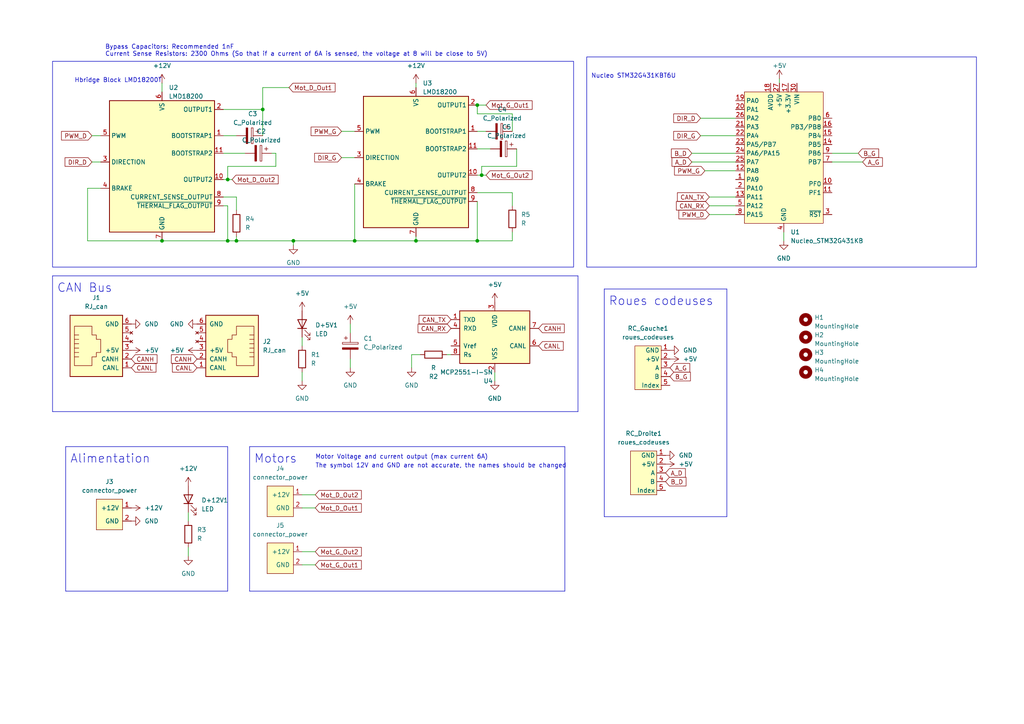
<source format=kicad_sch>
(kicad_sch (version 20230121) (generator eeschema)
  (paper "A4")
  (lib_symbols
    (symbol "+5V_1" (power) (pin_names (offset 0))
      (property "Value" "+5V_1" (at 0 3.556 0))
      (symbol "+5V_1_0_1"
        (polyline (pts (xy -0.762 1.27) (xy 0 2.54)))
        (polyline (pts (xy 0 0) (xy 0 2.54)))
        (polyline (pts (xy 0 2.54) (xy 0.762 1.27)))
      )
      (symbol "+5V_1_1_1"
        (pin power_in line (at 0 0 90) (length 0) hide (name "+5V") (number "1"))
      )
    )
    (symbol "Device:C_Polarized" (pin_numbers hide) (pin_names (offset 0.254))
      (property "Reference" "C" (at 0.635 2.54 0))
      (property "Value" "C_Polarized" (at 0.635 -2.54 0))
      (symbol "C_Polarized_0_1"
        (rectangle (start -2.286 0.508) (end 2.286 1.016))
        (polyline (pts (xy -1.778 2.286) (xy -0.762 2.286)))
        (polyline (pts (xy -1.27 2.794) (xy -1.27 1.778)))
        (rectangle (start 2.286 -0.508) (end -2.286 -1.016) (fill (type outline)))
      )
      (symbol "C_Polarized_1_1"
        (pin passive line (at 0 3.81 270) (length 2.794) (name "~") (number "1"))
        (pin passive line (at 0 -3.81 90) (length 2.794) (name "~") (number "2"))
      )
    )
    (symbol "Device:LED" (pin_numbers hide) (pin_names (offset 1.016) hide)
      (property "Reference" "D" (at 0 2.54 0))
      (property "Value" "LED" (at 0 -2.54 0))
      (symbol "LED_0_1"
        (polyline (pts (xy -1.27 -1.27) (xy -1.27 1.27)) (stroke (width 0.254)))
        (polyline (pts (xy -1.27 0) (xy 1.27 0)))
        (polyline (pts (xy 1.27 -1.27) (xy 1.27 1.27) (xy -1.27 0) (xy 1.27 -1.27)) (stroke (width 0.254)))
        (polyline (pts (xy -3.048 -0.762) (xy -4.572 -2.286) (xy -3.81 -2.286) (xy -4.572 -2.286) (xy -4.572 -1.524)))
        (polyline (pts (xy -1.778 -0.762) (xy -3.302 -2.286) (xy -2.54 -2.286) (xy -3.302 -2.286) (xy -3.302 -1.524)))
      )
      (symbol "LED_1_1"
        (pin passive line (at -3.81 0 0) (length 2.54) (name "K") (number "1"))
        (pin passive line (at 3.81 0 180) (length 2.54) (name "A") (number "2"))
      )
    )
    (symbol "Device:R" (pin_numbers hide) (pin_names (offset 0))
      (property "Reference" "R" (at 2.032 0 90))
      (property "Value" "R" (at 0 0 90))
      (symbol "R_0_1"
        (rectangle (start -1.016 -2.54) (end 1.016 2.54) (stroke (width 0.254)))
      )
      (symbol "R_1_1"
        (pin passive line (at 0 3.81 270) (length 1.27) (name "~") (number "1"))
        (pin passive line (at 0 -3.81 90) (length 1.27) (name "~") (number "2"))
      )
    )
    (symbol "Driver_Motor:LMD18200"
      (property "Reference" "U" (at -12.7 19.05 0))
      (property "Value" "LMD18200" (at 15.24 19.05 0))
      (symbol "LMD18200_0_1"
        (rectangle (start -15.24 -20.32) (end 15.24 17.78) (stroke (width 0.254)) (fill (type background)))
      )
      (symbol "LMD18200_1_1"
        (pin passive line (at 17.78 7.62 180) (length 2.54) (name "BOOTSTRAP1") (number "1"))
        (pin output line (at 17.78 -5.08 180) (length 2.54) (name "OUTPUT2") (number "10"))
        (pin passive line (at 17.78 2.54 180) (length 2.54) (name "BOOTSTRAP2") (number "11"))
        (pin output line (at 17.78 15.24 180) (length 2.54) (name "OUTPUT1") (number "2"))
        (pin input line (at -17.78 0 0) (length 2.54) (name "DIRECTION") (number "3"))
        (pin input line (at -17.78 -7.62 0) (length 2.54) (name "BRAKE") (number "4"))
        (pin input line (at -17.78 7.62 0) (length 2.54) (name "PWM") (number "5"))
        (pin power_in line (at 0 20.32 270) (length 2.54) (name "VS") (number "6"))
        (pin power_in line (at 0 -22.86 90) (length 2.54) (name "GND") (number "7"))
        (pin output line (at 17.78 -10.16 180) (length 2.54) (name "CURRENT_SENSE_OUTPUT") (number "8"))
        (pin open_collector line (at 17.78 -12.7 180) (length 2.54) (name "~{THERMAL_FLAG_OUTPUT}") (number "9"))
      )
    )
    (symbol "GND_1" (power) (pin_names (offset 0))
      (property "Value" "GND_1" (at 0 -3.81 0))
      (symbol "GND_1_0_1"
        (polyline (pts (xy 0 0) (xy 0 -1.27) (xy 1.27 -1.27) (xy 0 -2.54) (xy -1.27 -1.27) (xy 0 -1.27)))
      )
      (symbol "GND_1_1_1"
        (pin power_in line (at 0 0 270) (length 0) hide (name "GND") (number "1"))
      )
    )
    (symbol "Interface_CAN_LIN:MCP2551-I-SN" (pin_names (offset 1.016))
      (property "Reference" "U" (at -10.16 8.89 0))
      (property "Value" "MCP2551-I-SN" (at 2.54 8.89 0))
      (symbol "MCP2551-I-SN_0_1"
        (rectangle (start -10.16 7.62) (end 10.16 -7.62) (stroke (width 0.254)) (fill (type background)))
      )
      (symbol "MCP2551-I-SN_1_1"
        (pin input line (at -12.7 5.08 0) (length 2.54) (name "TXD") (number "1"))
        (pin power_in line (at 0 -10.16 90) (length 2.54) (name "VSS") (number "2"))
        (pin power_in line (at 0 10.16 270) (length 2.54) (name "VDD") (number "3"))
        (pin output line (at -12.7 2.54 0) (length 2.54) (name "RXD") (number "4"))
        (pin power_out line (at -12.7 -2.54 0) (length 2.54) (name "Vref") (number "5"))
        (pin bidirectional line (at 12.7 -2.54 180) (length 2.54) (name "CANL") (number "6"))
        (pin bidirectional line (at 12.7 2.54 180) (length 2.54) (name "CANH") (number "7"))
        (pin input line (at -12.7 -5.08 0) (length 2.54) (name "Rs") (number "8"))
      )
    )
    (symbol "Mechanical:MountingHole" (pin_names (offset 1.016))
      (property "Reference" "H" (at 0 5.08 0))
      (property "Value" "MountingHole" (at 0 3.175 0))
      (symbol "MountingHole_0_1"
        (circle (center 0 0) (radius 1.27) (stroke (width 1.27)))
      )
    )
    (symbol "PCM_Robot:Nucleo_STM32G431KB"
      (property "Reference" "U" (at 16.51 21.59 0))
      (property "Value" "Nucleo_STM32G431KB" (at 22.86 19.05 0))
      (symbol "Nucleo_STM32G431KB_0_1"
        (rectangle (start -11.43 19.05) (end 11.43 -19.05) (fill (type background)))
      )
      (symbol "Nucleo_STM32G431KB_1_1"
        (pin bidirectional line (at -13.97 -6.35 0) (length 2.54) (name "PA9") (number "1"))
        (pin bidirectional line (at 13.97 -7.62 180) (length 2.54) (name "PF0") (number "10"))
        (pin bidirectional line (at 13.97 -10.16 180) (length 2.54) (name "PF1") (number "11"))
        (pin bidirectional line (at -13.97 -3.81 0) (length 2.54) (name "PA8") (number "12"))
        (pin bidirectional line (at -13.97 -11.43 0) (length 2.54) (name "PA11") (number "13"))
        (pin bidirectional line (at 13.97 3.81 180) (length 2.54) (name "PB5") (number "14"))
        (pin bidirectional line (at 13.97 6.35 180) (length 2.54) (name "PB4") (number "15"))
        (pin bidirectional line (at 13.97 8.89 180) (length 2.54) (name "PB3/PB8") (number "16"))
        (pin power_in line (at 1.27 21.59 270) (length 2.54) (name "+3.3V") (number "17"))
        (pin power_in line (at -3.81 21.59 270) (length 2.54) (name "AVDD") (number "18"))
        (pin bidirectional line (at -13.97 16.51 0) (length 2.54) (name "PA0") (number "19"))
        (pin bidirectional line (at -13.97 -8.89 0) (length 2.54) (name "PA10") (number "2"))
        (pin bidirectional line (at -13.97 13.97 0) (length 2.54) (name "PA1") (number "20"))
        (pin bidirectional line (at -13.97 8.89 0) (length 2.54) (name "PA3") (number "21"))
        (pin bidirectional line (at -13.97 6.35 0) (length 2.54) (name "PA4") (number "22"))
        (pin bidirectional line (at -13.97 3.81 0) (length 2.54) (name "PA5/PB7") (number "23"))
        (pin bidirectional line (at -13.97 1.27 0) (length 2.54) (name "PA6/PA15") (number "24"))
        (pin bidirectional line (at -13.97 -1.27 0) (length 2.54) (name "PA7") (number "25"))
        (pin bidirectional line (at -13.97 11.43 0) (length 2.54) (name "PA2") (number "26"))
        (pin power_in line (at -1.27 21.59 270) (length 2.54) (name "+5V") (number "27"))
        (pin passive line (at 13.97 -16.51 180) (length 2.54) hide (name "~{RST}") (number "28"))
        (pin passive line (at 0 -21.59 90) (length 2.54) hide (name "GND") (number "29"))
        (pin bidirectional line (at 13.97 -16.51 180) (length 2.54) (name "~{RST}") (number "3"))
        (pin power_in line (at 3.81 21.59 270) (length 2.54) (name "VIN") (number "30"))
        (pin power_in line (at 0 -21.59 90) (length 2.54) (name "GND") (number "4"))
        (pin bidirectional line (at -13.97 -13.97 0) (length 2.54) (name "PA12") (number "5"))
        (pin bidirectional line (at 13.97 11.43 180) (length 2.54) (name "PB0") (number "6"))
        (pin bidirectional line (at 13.97 -1.27 180) (length 2.54) (name "PB7") (number "7"))
        (pin bidirectional line (at -13.97 -16.51 0) (length 2.54) (name "PA15") (number "8"))
        (pin bidirectional line (at 13.97 1.27 180) (length 2.54) (name "PB6") (number "9"))
      )
    )
    (symbol "Robot:RJ_can" (pin_names (offset 1.016))
      (property "Reference" "J1" (at 0 15.24 0))
      (property "Value" "RJ_can" (at 0 12.7 0))
      (symbol "RJ_can_0_1"
        (polyline (pts (xy -6.35 -1.905) (xy -5.08 -1.905) (xy -5.08 -1.905)))
        (polyline (pts (xy -6.35 -0.635) (xy -5.08 -0.635) (xy -5.08 -0.635)))
        (polyline (pts (xy -6.35 0.635) (xy -5.08 0.635) (xy -5.08 0.635)))
        (polyline (pts (xy -6.35 1.905) (xy -5.08 1.905) (xy -5.08 1.905)))
        (polyline (pts (xy -6.35 3.175) (xy -5.08 3.175) (xy -5.08 3.175)))
        (polyline (pts (xy -5.08 4.445) (xy -6.35 4.445) (xy -6.35 4.445)))
        (polyline (pts (xy -6.35 -4.445) (xy -6.35 6.985) (xy -1.27 6.985) (xy -1.27 4.445) (xy 0 4.445) (xy 0 3.175) (xy 1.27 3.175) (xy 1.27 -0.635) (xy 0 -0.635) (xy 0 -1.905) (xy -1.27 -1.905) (xy -1.27 -4.445) (xy -6.35 -4.445) (xy -6.35 -4.445)))
        (rectangle (start 7.62 10.16) (end -7.62 -7.62) (stroke (width 0.254)) (fill (type background)))
      )
      (symbol "RJ_can_1_1"
        (pin bidirectional line (at 10.16 -5.08 180) (length 2.54) (name "CANL") (number "1"))
        (pin passive line (at 10.16 -2.54 180) (length 2.54) (name "CANH") (number "2"))
        (pin power_out line (at 10.16 0 180) (length 2.54) (name "+5V") (number "3"))
        (pin no_connect line (at 10.16 2.54 180) (length 2.54) (name "") (number "4"))
        (pin no_connect line (at 10.16 5.08 180) (length 2.54) (name "~") (number "5"))
        (pin power_out line (at 10.16 7.62 180) (length 2.54) (name "GND") (number "6"))
      )
    )
    (symbol "Robot:connector_power" (pin_names (offset 1))
      (property "Reference" "J" (at 0 0 0))
      (property "Value" "connector_power" (at 0 1.905 0))
      (symbol "connector_power_0_1"
        (rectangle (start -6.35 -1.27) (end 1.27 -10.16) (fill (type background)))
      )
      (symbol "connector_power_1_1"
        (pin power_out line (at 3.81 -3.81 180) (length 2.54) (name "+12V") (number "1"))
        (pin power_out line (at 3.81 -7.62 180) (length 2.54) (name "GND") (number "2"))
      )
    )
    (symbol "Robot:roues_codeuses"
      (property "Reference" "RC_Gauche1" (at -6.35 3.81 0))
      (property "Value" "roues_codeuses" (at -6.35 1.27 0))
      (symbol "roues_codeuses_0_1"
        (rectangle (start -2.54 -1.27) (end -10.16 -13.97) (fill (type background)))
      )
      (symbol "roues_codeuses_1_1"
        (pin power_in line (at 0 -2.54 180) (length 2.54) (name "GND") (number "1"))
        (pin power_in line (at 0 -5.08 180) (length 2.54) (name "+5V") (number "2"))
        (pin output line (at 0 -7.62 180) (length 2.54) (name "A") (number "3"))
        (pin output line (at 0 -10.16 180) (length 2.54) (name "B") (number "4"))
        (pin output line (at 0 -12.7 180) (length 2.54) (name "Index") (number "5"))
      )
    )
    (symbol "power:+12V" (power) (pin_names (offset 0))
      (property "Value" "+12V" (at 0 3.556 0))
      (symbol "+12V_0_1"
        (polyline (pts (xy -0.762 1.27) (xy 0 2.54)))
        (polyline (pts (xy 0 0) (xy 0 2.54)))
        (polyline (pts (xy 0 2.54) (xy 0.762 1.27)))
      )
      (symbol "+12V_1_1"
        (pin power_in line (at 0 0 90) (length 0) hide (name "+12V") (number "1"))
      )
    )
    (symbol "power:+5V" (power) (pin_names (offset 0))
      (property "Value" "+5V" (at 0 3.556 0))
      (symbol "+5V_0_1"
        (polyline (pts (xy -0.762 1.27) (xy 0 2.54)))
        (polyline (pts (xy 0 0) (xy 0 2.54)))
        (polyline (pts (xy 0 2.54) (xy 0.762 1.27)))
      )
      (symbol "+5V_1_1"
        (pin power_in line (at 0 0 90) (length 0) hide (name "+5V") (number "1"))
      )
    )
    (symbol "power:GND" (power) (pin_names (offset 0))
      (property "Value" "GND" (at 0 -3.81 0))
      (symbol "GND_0_1"
        (polyline (pts (xy 0 0) (xy 0 -1.27) (xy 1.27 -1.27) (xy 0 -2.54) (xy -1.27 -1.27) (xy 0 -1.27)))
      )
      (symbol "GND_1_1"
        (pin power_in line (at 0 0 270) (length 0) hide (name "GND") (number "1"))
      )
    )
    (symbol "roues_codeuses_1"
      (property "Reference" "RC_Gauche1" (at -6.35 3.81 0))
      (property "Value" "roues_codeuses" (at -6.35 1.27 0))
      (symbol "roues_codeuses_1_0_1"
        (rectangle (start -2.54 -1.27) (end -10.16 -13.97) (fill (type background)))
      )
      (symbol "roues_codeuses_1_1_1"
        (pin power_in line (at 0 -2.54 180) (length 2.54) (name "GND") (number "1"))
        (pin power_in line (at 0 -5.08 180) (length 2.54) (name "+5V") (number "2"))
        (pin output line (at 0 -7.62 180) (length 2.54) (name "A") (number "3"))
        (pin output line (at 0 -10.16 180) (length 2.54) (name "B") (number "4"))
        (pin output line (at 0 -12.7 180) (length 2.54) (name "Index") (number "5"))
      )
    )
  )
  (junction (at 46.99 69.85))
  (junction (at 66.04 52.07))
  (junction (at 102.87 69.85))
  (junction (at 138.43 69.85))
  (junction (at 76.2 31.75))
  (junction (at 68.58 69.85))
  (junction (at 66.04 69.85))
  (junction (at 120.65 69.85))
  (junction (at 138.43 30.48))
  (junction (at 139.7 50.8))
  (junction (at 85.09 69.85))
  (wire (pts (xy 87.63 143.51) (xy 91.44 143.51)))
  (wire (pts (xy 87.63 107.95) (xy 87.63 110.49)))
  (wire (pts (xy 87.63 160.02) (xy 91.44 160.02)))
  (wire (pts (xy 139.7 50.8) (xy 140.97 50.8)))
  (wire (pts (xy 148.59 67.31) (xy 148.59 69.85)))
  (polyline (pts (xy 15.24 80.01) (xy 167.64 80.01)))
  (wire (pts (xy 149.86 48.26) (xy 139.7 48.26)))
  (wire (pts (xy 64.77 44.45) (xy 71.12 44.45)))
  (wire (pts (xy 120.65 24.13) (xy 120.65 25.4)))
  (wire (pts (xy 203.2 34.29) (xy 213.36 34.29)))
  (wire (pts (xy 139.7 48.26) (xy 139.7 50.8)))
  (wire (pts (xy 241.3 44.45) (xy 248.92 44.45)))
  (wire (pts (xy 46.99 69.85) (xy 66.04 69.85)))
  (wire (pts (xy 138.43 30.48) (xy 140.97 30.48)))
  (wire (pts (xy 85.09 69.85) (xy 102.87 69.85)))
  (wire (pts (xy 25.4 69.85) (xy 46.99 69.85)))
  (polyline (pts (xy 19.05 129.54) (xy 66.04 129.54)))
  (wire (pts (xy 87.63 97.79) (xy 87.63 100.33)))
  (wire (pts (xy 138.43 33.02) (xy 138.43 30.48)))
  (wire (pts (xy 66.04 69.85) (xy 68.58 69.85)))
  (wire (pts (xy 119.38 102.87) (xy 121.92 102.87)))
  (wire (pts (xy 200.66 46.99) (xy 213.36 46.99)))
  (wire (pts (xy 138.43 69.85) (xy 148.59 69.85)))
  (polyline (pts (xy 175.26 83.82) (xy 175.26 149.86)))
  (polyline (pts (xy 72.39 129.54) (xy 72.39 171.45)))
  (wire (pts (xy 66.04 52.07) (xy 67.31 52.07)))
  (wire (pts (xy 76.2 25.4) (xy 76.2 31.75)))
  (wire (pts (xy 76.2 31.75) (xy 76.2 39.37)))
  (wire (pts (xy 102.87 69.85) (xy 120.65 69.85)))
  (wire (pts (xy 205.74 57.15) (xy 213.36 57.15)))
  (wire (pts (xy 64.77 59.69) (xy 66.04 59.69)))
  (wire (pts (xy 101.6 93.98) (xy 101.6 96.52)))
  (wire (pts (xy 138.43 38.1) (xy 140.97 38.1)))
  (polyline (pts (xy 66.04 129.54) (xy 66.04 171.45)))
  (wire (pts (xy 138.43 58.42) (xy 138.43 69.85)))
  (wire (pts (xy 99.06 38.1) (xy 102.87 38.1)))
  (wire (pts (xy 149.86 43.18) (xy 149.86 48.26)))
  (wire (pts (xy 54.61 148.59) (xy 54.61 151.13)))
  (wire (pts (xy 85.09 69.85) (xy 85.09 71.12)))
  (wire (pts (xy 64.77 57.15) (xy 68.58 57.15)))
  (wire (pts (xy 148.59 55.88) (xy 148.59 59.69)))
  (polyline (pts (xy 15.24 80.01) (xy 15.24 119.38)))
  (polyline (pts (xy 163.83 129.54) (xy 163.83 171.45)))
  (wire (pts (xy 101.6 104.14) (xy 101.6 106.68)))
  (wire (pts (xy 26.67 46.99) (xy 29.21 46.99)))
  (wire (pts (xy 120.65 69.85) (xy 138.43 69.85)))
  (wire (pts (xy 64.77 39.37) (xy 68.58 39.37)))
  (wire (pts (xy 80.01 48.26) (xy 66.04 48.26)))
  (wire (pts (xy 148.59 38.1) (xy 148.59 33.02)))
  (polyline (pts (xy 210.82 149.86) (xy 210.82 83.82)))
  (wire (pts (xy 138.43 55.88) (xy 148.59 55.88)))
  (wire (pts (xy 46.99 24.13) (xy 46.99 26.67)))
  (polyline (pts (xy 66.04 171.45) (xy 19.05 171.45)))
  (wire (pts (xy 204.47 49.53) (xy 213.36 49.53)))
  (wire (pts (xy 227.33 67.31) (xy 227.33 69.85)))
  (polyline (pts (xy 175.26 149.86) (xy 210.82 149.86)))
  (polyline (pts (xy 175.26 83.82) (xy 210.82 83.82)))
  (wire (pts (xy 87.63 163.83) (xy 91.44 163.83)))
  (wire (pts (xy 138.43 50.8) (xy 139.7 50.8)))
  (wire (pts (xy 129.54 102.87) (xy 130.81 102.87)))
  (wire (pts (xy 26.67 39.37) (xy 29.21 39.37)))
  (polyline (pts (xy 167.64 80.01) (xy 167.64 119.38)))
  (wire (pts (xy 68.58 57.15) (xy 68.58 60.96)))
  (wire (pts (xy 76.2 25.4) (xy 83.82 25.4)))
  (wire (pts (xy 203.2 39.37) (xy 213.36 39.37)))
  (wire (pts (xy 120.65 68.58) (xy 120.65 69.85)))
  (polyline (pts (xy 167.64 119.38) (xy 15.24 119.38)))
  (polyline (pts (xy 72.39 129.54) (xy 163.83 129.54)))
  (wire (pts (xy 102.87 53.34) (xy 102.87 69.85)))
  (wire (pts (xy 54.61 158.75) (xy 54.61 161.29)))
  (wire (pts (xy 29.21 54.61) (xy 25.4 54.61)))
  (polyline (pts (xy 19.05 129.54) (xy 19.05 171.45)))
  (wire (pts (xy 143.51 110.49) (xy 143.51 107.95)))
  (wire (pts (xy 78.74 44.45) (xy 80.01 44.45)))
  (wire (pts (xy 200.66 44.45) (xy 213.36 44.45)))
  (wire (pts (xy 102.87 45.72) (xy 99.06 45.72)))
  (wire (pts (xy 68.58 68.58) (xy 68.58 69.85)))
  (polyline (pts (xy 163.83 171.45) (xy 72.39 171.45)))
  (wire (pts (xy 205.74 59.69) (xy 213.36 59.69)))
  (wire (pts (xy 205.74 62.23) (xy 213.36 62.23)))
  (wire (pts (xy 241.3 46.99) (xy 250.19 46.99)))
  (wire (pts (xy 80.01 44.45) (xy 80.01 48.26)))
  (wire (pts (xy 66.04 48.26) (xy 66.04 52.07)))
  (wire (pts (xy 25.4 54.61) (xy 25.4 69.85)))
  (wire (pts (xy 66.04 59.69) (xy 66.04 69.85)))
  (wire (pts (xy 226.06 22.86) (xy 226.06 24.13)))
  (wire (pts (xy 148.59 33.02) (xy 138.43 33.02)))
  (wire (pts (xy 87.63 147.32) (xy 91.44 147.32)))
  (wire (pts (xy 119.38 106.68) (xy 119.38 102.87)))
  (wire (pts (xy 64.77 31.75) (xy 76.2 31.75)))
  (wire (pts (xy 68.58 69.85) (xy 85.09 69.85)))
  (wire (pts (xy 64.77 52.07) (xy 66.04 52.07)))
  (wire (pts (xy 138.43 43.18) (xy 142.24 43.18)))
  (rectangle (start 170.18 16.51) (end 283.21 77.47))
  (rectangle (start 15.24 17.78) (end 166.37 77.47))
  (text "The symbol 12V and GND are not accurate, the names should be changed" (at 91.44 135.89 0) (effects (font (size 1.27 1.27)) (justify left bottom)))
  (text "Motor Voltage and current output (max current 6A)" (at 91.44 133.35 0) (effects (font (size 1.27 1.27)) (justify left bottom)))
  (text "Alimentation" (at 20.32 134.62 0) (effects (font (size 2.49 2.49)) (justify left bottom)))
  (text "Hbridge Block LMD18200T" (at 21.59 24.13 0) (effects (font (size 1.27 1.27)) (justify left bottom)))
  (text "Roues codeuses" (at 176.53 88.9 0) (effects (font (size 2.49 2.49)) (justify left bottom)))
  (text "Bypass Capacitors: Recommended 1nF\nCurrent Sense Resistors: 2300 Ohms (So that if a current of 6A is sensed, the voltage at 8 will be close to 5V)" (at 30.48 16.51 0) (effects (font (size 1.27 1.27)) (justify left bottom)))
  (text "Motors" (at 73.66 134.62 0) (effects (font (size 2.49 2.49)) (justify left bottom)))
  (text "Nucleo STM32G431KBT6U" (at 171.45 22.86 0) (effects (font (size 1.27 1.27)) (justify left bottom)))
  (text "CAN Bus" (at 16.51 85.09 0) (effects (font (size 2.49 2.49)) (justify left bottom)))
  (global_label "CANL" (shape input) (at 156.21 100.33 0) (property "Intersheetrefs" "${INTERSHEET_REFS}" (effects hide)) (property "Références Inter-Feuilles" "${INTERSHEET_REFS}" (effects hide)))
  (global_label "CANH" (shape input) (at 156.21 95.25 0) (property "Intersheetrefs" "${INTERSHEET_REFS}" (effects hide)) (property "Références Inter-Feuilles" "${INTERSHEET_REFS}" (effects hide)))
  (global_label "B_G" (shape input) (at 248.92 44.45 0) (property "Intersheetrefs" "${INTERSHEET_REFS}" (effects hide)) (property "Références Inter-Feuilles" "${INTERSHEET_REFS}" (effects hide)))
  (global_label "DIR_G" (shape input) (at 99.06 45.72 180) (property "Intersheetrefs" "${INTERSHEET_REFS}" (effects hide)) (property "Références Inter-Feuilles" "${INTERSHEET_REFS}" (effects hide)))
  (global_label "CANL" (shape input) (at 57.15 106.68 180) (property "Intersheetrefs" "${INTERSHEET_REFS}" (effects hide)) (property "Références Inter-Feuilles" "${INTERSHEET_REFS}" (effects hide)))
  (global_label "A_G" (shape input) (at 194.31 106.68 0) (property "Intersheetrefs" "${INTERSHEET_REFS}" (effects hide)) (property "Références Inter-Feuilles" "${INTERSHEET_REFS}" (effects hide)))
  (global_label "Mot_G_Out2" (shape input) (at 91.44 160.02 0) (property "Intersheetrefs" "${INTERSHEET_REFS}" (effects hide)))
  (global_label "CAN_TX" (shape input) (at 130.81 92.71 180) (property "Intersheetrefs" "${INTERSHEET_REFS}" (effects hide)) (property "Références Inter-Feuilles" "${INTERSHEET_REFS}" (effects hide)))
  (global_label "Mot_G_Out2" (shape input) (at 140.97 50.8 0) (property "Intersheetrefs" "${INTERSHEET_REFS}" (effects hide)))
  (global_label "CANH" (shape input) (at 38.1 104.14 0) (property "Intersheetrefs" "${INTERSHEET_REFS}" (effects hide)) (property "Références Inter-Feuilles" "${INTERSHEET_REFS}" (effects hide)))
  (global_label "PWM_G" (shape input) (at 99.06 38.1 180) (property "Intersheetrefs" "${INTERSHEET_REFS}" (effects hide)) (property "Références Inter-Feuilles" "${INTERSHEET_REFS}" (effects hide)))
  (global_label "Mot_D_Out2" (shape input) (at 67.31 52.07 0) (property "Intersheetrefs" "${INTERSHEET_REFS}" (effects hide)))
  (global_label "Mot_D_Out2" (shape input) (at 91.44 143.51 0) (property "Intersheetrefs" "${INTERSHEET_REFS}" (effects hide)))
  (global_label "CAN_TX" (shape input) (at 205.74 57.15 180) (property "Intersheetrefs" "${INTERSHEET_REFS}" (effects hide)) (property "Références Inter-Feuilles" "${INTERSHEET_REFS}" (effects hide)))
  (global_label "PWM_D" (shape input) (at 205.74 62.23 180) (property "Intersheetrefs" "${INTERSHEET_REFS}" (effects hide)) (property "Références Inter-Feuilles" "${INTERSHEET_REFS}" (effects hide)))
  (global_label "CANH" (shape input) (at 57.15 104.14 180) (property "Intersheetrefs" "${INTERSHEET_REFS}" (effects hide)) (property "Références Inter-Feuilles" "${INTERSHEET_REFS}" (effects hide)))
  (global_label "CANL" (shape input) (at 38.1 106.68 0) (property "Intersheetrefs" "${INTERSHEET_REFS}" (effects hide)) (property "Références Inter-Feuilles" "${INTERSHEET_REFS}" (effects hide)))
  (global_label "B_D" (shape input) (at 193.04 139.7 0) (property "Intersheetrefs" "${INTERSHEET_REFS}" (effects hide)) (property "Références Inter-Feuilles" "${INTERSHEET_REFS}" (effects hide)))
  (global_label "PWM_D" (shape input) (at 26.67 39.37 180) (property "Intersheetrefs" "${INTERSHEET_REFS}" (effects hide)) (property "Références Inter-Feuilles" "${INTERSHEET_REFS}" (effects hide)))
  (global_label "DIR_G" (shape input) (at 203.2 39.37 180) (property "Intersheetrefs" "${INTERSHEET_REFS}" (effects hide)) (property "Références Inter-Feuilles" "${INTERSHEET_REFS}" (effects hide)))
  (global_label "A_G" (shape input) (at 250.19 46.99 0) (property "Intersheetrefs" "${INTERSHEET_REFS}" (effects hide)) (property "Références Inter-Feuilles" "${INTERSHEET_REFS}" (effects hide)))
  (global_label "Mot_G_Out1" (shape input) (at 91.44 163.83 0) (property "Intersheetrefs" "${INTERSHEET_REFS}" (effects hide)))
  (global_label "CAN_RX" (shape input) (at 205.74 59.69 180) (property "Intersheetrefs" "${INTERSHEET_REFS}" (effects hide)) (property "Références Inter-Feuilles" "${INTERSHEET_REFS}" (effects hide)))
  (global_label "Mot_D_Out1" (shape input) (at 83.82 25.4 0) (property "Intersheetrefs" "${INTERSHEET_REFS}" (effects hide)))
  (global_label "DIR_D" (shape input) (at 26.67 46.99 180) (property "Intersheetrefs" "${INTERSHEET_REFS}" (effects hide)) (property "Références Inter-Feuilles" "${INTERSHEET_REFS}" (effects hide)))
  (global_label "PWM_G" (shape input) (at 204.47 49.53 180) (property "Intersheetrefs" "${INTERSHEET_REFS}" (effects hide)) (property "Références Inter-Feuilles" "${INTERSHEET_REFS}" (effects hide)))
  (global_label "Mot_G_Out1" (shape input) (at 140.97 30.48 0) (property "Intersheetrefs" "${INTERSHEET_REFS}" (effects hide)))
  (global_label "A_D" (shape input) (at 193.04 137.16 0) (property "Intersheetrefs" "${INTERSHEET_REFS}" (effects hide)) (property "Références Inter-Feuilles" "${INTERSHEET_REFS}" (effects hide)))
  (global_label "B_G" (shape input) (at 194.31 109.22 0) (property "Intersheetrefs" "${INTERSHEET_REFS}" (effects hide)) (property "Références Inter-Feuilles" "${INTERSHEET_REFS}" (effects hide)))
  (global_label "DIR_D" (shape input) (at 203.2 34.29 180) (property "Intersheetrefs" "${INTERSHEET_REFS}" (effects hide)) (property "Références Inter-Feuilles" "${INTERSHEET_REFS}" (effects hide)))
  (global_label "CAN_RX" (shape input) (at 130.81 95.25 180) (property "Intersheetrefs" "${INTERSHEET_REFS}" (effects hide)) (property "Références Inter-Feuilles" "${INTERSHEET_REFS}" (effects hide)))
  (global_label "Mot_D_Out1" (shape input) (at 91.44 147.32 0) (property "Intersheetrefs" "${INTERSHEET_REFS}" (effects hide)))
  (global_label "A_D" (shape input) (at 200.66 46.99 180) (property "Intersheetrefs" "${INTERSHEET_REFS}" (effects hide)) (property "Références Inter-Feuilles" "${INTERSHEET_REFS}" (effects hide)))
  (global_label "B_D" (shape input) (at 200.66 44.45 180) (property "Intersheetrefs" "${INTERSHEET_REFS}" (effects hide)) (property "Références Inter-Feuilles" "${INTERSHEET_REFS}" (effects hide)))
  (symbol (lib_id "Device:C_Polarized") (at 146.05 43.18 270) (unit 1)
    (property "Reference" "C5" (at 146.939 36.83 90))
    (property "Value" "C_Polarized" (at 146.939 39.37 90))
    (property "Footprint" "Capacitor_SMD:C_0805_2012Metric" (effects hide))
  )
  (symbol (lib_name "+5V_1") (lib_id "power:+5V") (at 226.06 22.86 0) (unit 1)
    (property "Reference" "#PWR01" (effects hide))
    (property "Value" "+5V" (at 226.06 19.05 0))
  )
  (symbol (lib_id "power:+5V") (at 143.51 87.63 0) (unit 1)
    (property "Reference" "#PWR014" (effects hide))
    (property "Value" "+5V" (at 143.51 82.55 0))
  )
  (symbol (lib_id "Mechanical:MountingHole") (at 233.68 92.71 0) (unit 1)
    (property "Reference" "H1" (at 236.22 92.075 0) (effects (justify left)))
    (property "Value" "MountingHole" (at 236.22 94.615 0) (effects (justify left)))
    (property "Footprint" "MountingHole:MountingHole_2.2mm_M2" (effects hide))
  )
  (symbol (lib_id "Mechanical:MountingHole") (at 233.68 97.79 0) (unit 1)
    (property "Reference" "H2" (at 236.22 97.155 0) (effects (justify left)))
    (property "Value" "MountingHole" (at 236.22 99.695 0) (effects (justify left)))
    (property "Footprint" "MountingHole:MountingHole_2.2mm_M2" (effects hide))
  )
  (symbol (lib_id "Robot:RJ_can") (at 27.94 101.6 0) (unit 1)
    (property "Reference" "J1" (at 27.94 86.36 0))
    (property "Value" "RJ_can" (at 27.94 88.9 0))
    (property "Footprint" "PCM_Robot:RJ12" (effects hide))
    (property "Datasheet" "https://www.notion.so/fb11deb952ea4e10a2e068dc0e72e040" (effects hide))
  )
  (symbol (lib_id "Device:R") (at 148.59 63.5 0) (unit 1)
    (property "Reference" "R5" (at 151.13 62.2299 0) (effects (justify left)))
    (property "Value" "R" (at 151.13 64.7699 0) (effects (justify left)))
    (property "Footprint" "Resistor_SMD:R_0805_2012Metric" (effects hide))
  )
  (symbol (lib_id "Mechanical:MountingHole") (at 233.68 107.95 0) (unit 1)
    (property "Reference" "H4" (at 236.22 107.315 0) (effects (justify left)))
    (property "Value" "MountingHole" (at 236.22 109.855 0) (effects (justify left)))
    (property "Footprint" "MountingHole:MountingHole_2.2mm_M2" (effects hide))
  )
  (symbol (lib_id "Robot:connector_power") (at 34.29 143.51 0) (unit 1)
    (property "Reference" "J3" (at 31.75 139.7 0))
    (property "Value" "connector_power" (at 31.75 142.24 0))
    (property "Footprint" "PCM_Robot:WR_TBL_3137_2pins" (effects hide))
  )
  (symbol (lib_id "Robot:connector_power") (at 83.82 156.21 0) (unit 1)
    (property "Reference" "J5" (at 81.28 152.4 0))
    (property "Value" "connector_power" (at 81.28 154.94 0))
    (property "Footprint" "PCM_Robot:WR_TBL_3137_2pins" (effects hide))
  )
  (symbol (lib_id "power:+5V") (at 193.04 134.62 270) (unit 1)
    (property "Reference" "#PWR03" (effects hide))
    (property "Value" "+5V" (at 196.85 134.6199 90) (effects (justify left)))
  )
  (symbol (lib_id "PCM_Robot:Nucleo_STM32G431KB") (at 227.33 45.72 0) (unit 1)
    (property "Reference" "U1" (at 229.2859 67.31 0) (effects (justify left)))
    (property "Value" "Nucleo_STM32G431KB" (at 229.2859 69.85 0) (effects (justify left)))
    (property "Footprint" "PCM_Robot:Nucleo_STM32G431KB" (effects hide))
  )
  (symbol (lib_id "Device:LED") (at 87.63 93.98 90) (unit 1)
    (property "Reference" "D+5V1" (at 91.44 94.2974 90) (effects (justify right)))
    (property "Value" "LED" (at 91.44 96.8374 90) (effects (justify right)))
    (property "Footprint" "LED_THT:LED_D5.0mm" (effects hide))
  )
  (symbol (lib_id "power:GND") (at 54.61 161.29 0) (unit 1)
    (property "Reference" "#PWR019" (effects hide))
    (property "Value" "GND" (at 54.61 166.37 0))
  )
  (symbol (lib_name "GND_1") (lib_id "power:GND") (at 85.09 71.12 0) (unit 1)
    (property "Reference" "#PWR020" (effects hide))
    (property "Value" "GND" (at 85.09 76.2 0))
  )
  (symbol (lib_id "Device:R") (at 54.61 154.94 0) (unit 1)
    (property "Reference" "R3" (at 57.15 153.6699 0) (effects (justify left)))
    (property "Value" "R" (at 57.15 156.2099 0) (effects (justify left)))
    (property "Footprint" "Resistor_SMD:R_0805_2012Metric" (effects hide))
  )
  (symbol (lib_id "power:GND") (at 38.1 151.13 90) (unit 1)
    (property "Reference" "#PWR017" (effects hide))
    (property "Value" "GND" (at 41.91 151.1299 90) (effects (justify right)))
  )
  (symbol (lib_id "power:+12V") (at 120.65 24.13 0) (unit 1)
    (property "Reference" "#PWR022" (effects hide))
    (property "Value" "+12V" (at 120.65 19.05 0))
  )
  (symbol (lib_id "power:GND") (at 87.63 110.49 0) (unit 1)
    (property "Reference" "#PWR010" (effects hide))
    (property "Value" "GND" (at 87.63 115.57 0))
  )
  (symbol (lib_id "Driver_Motor:LMD18200") (at 46.99 46.99 0) (unit 1)
    (property "Reference" "U2" (at 48.9459 25.4 0) (effects (justify left)))
    (property "Value" "LMD18200" (at 48.9459 27.94 0) (effects (justify left)))
    (property "Footprint" "Package_TO_SOT_THT:TO-220-11_P3.4x5.08mm_StaggerOdd_Lead4.85mm_Vertical" (effects hide))
    (property "Datasheet" "http://www.ti.com/lit/ds/symlink/lmd18200.pdf" (effects hide))
  )
  (symbol (lib_id "power:GND") (at 193.04 132.08 90) (unit 1)
    (property "Reference" "#PWR02" (effects hide))
    (property "Value" "GND" (at 196.85 132.0799 90) (effects (justify right)))
  )
  (symbol (lib_id "Device:C_Polarized") (at 74.93 44.45 270) (unit 1)
    (property "Reference" "C2" (at 75.819 38.1 90))
    (property "Value" "C_Polarized" (at 75.819 40.64 90))
    (property "Footprint" "Capacitor_SMD:C_0805_2012Metric" (effects hide))
  )
  (symbol (lib_id "Robot:connector_power") (at 83.82 139.7 0) (unit 1)
    (property "Reference" "J4" (at 81.28 135.89 0))
    (property "Value" "connector_power" (at 81.28 138.43 0))
    (property "Footprint" "PCM_Robot:WR_TBL_3137_2pins" (effects hide))
  )
  (symbol (lib_id "Device:R") (at 125.73 102.87 270) (unit 1)
    (property "Reference" "R2" (at 125.73 109.22 90))
    (property "Value" "R" (at 125.73 106.68 90))
    (property "Footprint" "Resistor_SMD:R_0805_2012Metric" (effects hide))
  )
  (symbol (lib_id "power:GND") (at 57.15 93.98 270) (unit 1)
    (property "Reference" "#PWR07" (effects hide))
    (property "Value" "GND" (at 53.34 93.9799 90) (effects (justify right)))
  )
  (symbol (lib_id "power:GND") (at 101.6 106.68 0) (unit 1)
    (property "Reference" "#PWR012" (effects hide))
    (property "Value" "GND" (at 101.6 111.76 0))
  )
  (symbol (lib_id "Interface_CAN_LIN:MCP2551-I-SN") (at 143.51 97.79 0) (unit 1)
    (property "Reference" "U4" (at 142.9894 110.49 0) (effects (justify right)))
    (property "Value" "MCP2551-I-SN" (at 142.9894 107.95 0) (effects (justify right)))
    (property "Footprint" "Package_SO:SOIC-8_3.9x4.9mm_P1.27mm" (effects hide))
    (property "Datasheet" "http://ww1.microchip.com/downloads/en/devicedoc/21667d.pdf" (effects hide))
  )
  (symbol (lib_id "Device:R") (at 68.58 64.77 0) (unit 1)
    (property "Reference" "R4" (at 71.12 63.4999 0) (effects (justify left)))
    (property "Value" "R" (at 71.12 66.0399 0) (effects (justify left)))
    (property "Footprint" "Resistor_SMD:R_0805_2012Metric" (effects hide))
  )
  (symbol (lib_id "power:GND") (at 119.38 106.68 0) (unit 1)
    (property "Reference" "#PWR013" (effects hide))
    (property "Value" "GND" (at 119.38 111.76 0))
  )
  (symbol (lib_id "Device:R") (at 87.63 104.14 0) (unit 1)
    (property "Reference" "R1" (at 90.17 102.8699 0) (effects (justify left)))
    (property "Value" "R" (at 90.17 105.4099 0) (effects (justify left)))
    (property "Footprint" "Resistor_SMD:R_0805_2012Metric" (effects hide))
  )
  (symbol (lib_id "power:GND") (at 143.51 110.49 0) (unit 1)
    (property "Reference" "#PWR015" (effects hide))
    (property "Value" "GND" (at 143.51 115.57 0))
  )
  (symbol (lib_id "Device:C_Polarized") (at 72.39 39.37 270) (unit 1)
    (property "Reference" "C3" (at 73.279 33.02 90))
    (property "Value" "C_Polarized" (at 73.279 35.56 90))
    (property "Footprint" "Capacitor_SMD:C_0805_2012Metric" (effects hide))
  )
  (symbol (lib_id "power:+5V") (at 194.31 104.14 270) (unit 1)
    (property "Reference" "#PWR024" (effects hide))
    (property "Value" "+5V" (at 198.12 104.1399 90) (effects (justify left)))
  )
  (symbol (lib_id "Robot:roues_codeuses") (at 193.04 129.54 0) (unit 1)
    (property "Reference" "RC_Droite1" (at 186.69 125.73 0))
    (property "Value" "roues_codeuses" (at 186.69 128.27 0))
    (property "Footprint" "PCM_Robot:HE14-5-angle" (effects hide))
  )
  (symbol (lib_id "Device:C_Polarized") (at 144.78 38.1 270) (unit 1)
    (property "Reference" "C4" (at 145.669 31.75 90))
    (property "Value" "C_Polarized" (at 145.669 34.29 90))
    (property "Footprint" "Capacitor_SMD:C_0805_2012Metric" (effects hide))
  )
  (symbol (lib_name "roues_codeuses_1") (lib_id "Robot:roues_codeuses") (at 194.31 99.06 0) (unit 1)
    (property "Reference" "RC_Gauche1" (at 187.96 95.25 0))
    (property "Value" "roues_codeuses" (at 187.96 97.79 0))
    (property "Footprint" "PCM_Robot:HE14-5-angle" (effects hide))
  )
  (symbol (lib_id "power:+5V") (at 38.1 101.6 270) (unit 1)
    (property "Reference" "#PWR06" (effects hide))
    (property "Value" "+5V" (at 41.91 101.5999 90) (effects (justify left)))
  )
  (symbol (lib_id "Mechanical:MountingHole") (at 233.68 102.87 0) (unit 1)
    (property "Reference" "H3" (at 236.22 102.235 0) (effects (justify left)))
    (property "Value" "MountingHole" (at 236.22 104.775 0) (effects (justify left)))
    (property "Footprint" "MountingHole:MountingHole_2.2mm_M2" (effects hide))
  )
  (symbol (lib_id "Device:LED") (at 54.61 144.78 90) (unit 1)
    (property "Reference" "D+12V1" (at 58.42 145.0974 90) (effects (justify right)))
    (property "Value" "LED" (at 58.42 147.6374 90) (effects (justify right)))
    (property "Footprint" "LED_THT:LED_D5.0mm" (effects hide))
  )
  (symbol (lib_id "power:+5V") (at 57.15 101.6 90) (unit 1)
    (property "Reference" "#PWR08" (effects hide))
    (property "Value" "+5V" (at 53.34 101.5999 90) (effects (justify left)))
  )
  (symbol (lib_id "Driver_Motor:LMD18200") (at 120.65 45.72 0) (unit 1)
    (property "Reference" "U3" (at 122.6059 24.13 0) (effects (justify left)))
    (property "Value" "LMD18200" (at 122.6059 26.67 0) (effects (justify left)))
    (property "Footprint" "Package_TO_SOT_THT:TO-220-11_P3.4x5.08mm_StaggerOdd_Lead4.85mm_Vertical" (effects hide))
    (property "Datasheet" "http://www.ti.com/lit/ds/symlink/lmd18200.pdf" (effects hide))
  )
  (symbol (lib_id "power:+12V") (at 46.99 24.13 0) (unit 1)
    (property "Reference" "#PWR021" (effects hide))
    (property "Value" "+12V" (at 46.99 19.05 0))
  )
  (symbol (lib_id "power:GND") (at 38.1 93.98 90) (unit 1)
    (property "Reference" "#PWR05" (effects hide))
    (property "Value" "GND" (at 41.91 93.9799 90) (effects (justify right)))
  )
  (symbol (lib_id "power:+12V") (at 54.61 140.97 0) (unit 1)
    (property "Reference" "#PWR018" (effects hide))
    (property "Value" "+12V" (at 54.61 135.89 0))
  )
  (symbol (lib_id "Robot:RJ_can") (at 67.31 101.6 0) (mirror y) (unit 1)
    (property "Reference" "J2" (at 76.2 99.0599 0) (effects (justify right)))
    (property "Value" "RJ_can" (at 76.2 101.5999 0) (effects (justify right)))
    (property "Footprint" "PCM_Robot:RJ12" (effects hide))
    (property "Datasheet" "https://www.notion.so/fb11deb952ea4e10a2e068dc0e72e040" (effects hide))
  )
  (symbol (lib_id "power:GND") (at 194.31 101.6 90) (unit 1)
    (property "Reference" "#PWR04" (effects hide))
    (property "Value" "GND" (at 198.12 101.5999 90) (effects (justify right)))
  )
  (symbol (lib_id "power:+5V") (at 101.6 93.98 0) (unit 1)
    (property "Reference" "#PWR011" (effects hide))
    (property "Value" "+5V" (at 101.6 88.9 0))
  )
  (symbol (lib_id "Device:C_Polarized") (at 101.6 100.33 0) (unit 1)
    (property "Reference" "C1" (at 105.41 98.1709 0) (effects (justify left)))
    (property "Value" "C_Polarized" (at 105.41 100.7109 0) (effects (justify left)))
    (property "Footprint" "Capacitor_SMD:C_0805_2012Metric" (effects hide))
  )
  (symbol (lib_id "power:+12V") (at 38.1 147.32 270) (unit 1)
    (property "Reference" "#PWR016" (effects hide))
    (property "Value" "+12V" (at 41.91 147.3199 90) (effects (justify left)))
  )
  (symbol (lib_name "GND_1") (lib_id "power:GND") (at 227.33 69.85 0) (unit 1)
    (property "Reference" "#PWR023" (effects hide))
    (property "Value" "GND" (at 227.33 74.93 0))
  )
  (symbol (lib_id "power:+5V") (at 87.63 90.17 0) (unit 1)
    (property "Reference" "#PWR09" (effects hide))
    (property "Value" "+5V" (at 87.63 85.09 0))
  )
)
</source>
